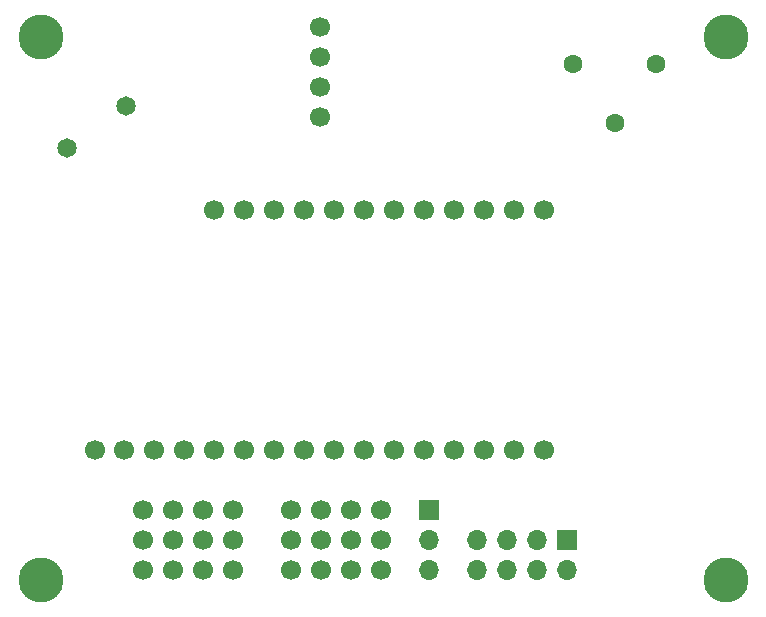
<source format=gbr>
%TF.GenerationSoftware,KiCad,Pcbnew,(6.0.8-1)-1*%
%TF.CreationDate,2023-01-29T13:44:33-06:00*%
%TF.ProjectId,M4_CAN_Feather_Carrier,4d345f43-414e-45f4-9665-61746865725f,rev?*%
%TF.SameCoordinates,Original*%
%TF.FileFunction,Soldermask,Bot*%
%TF.FilePolarity,Negative*%
%FSLAX46Y46*%
G04 Gerber Fmt 4.6, Leading zero omitted, Abs format (unit mm)*
G04 Created by KiCad (PCBNEW (6.0.8-1)-1) date 2023-01-29 13:44:33*
%MOMM*%
%LPD*%
G01*
G04 APERTURE LIST*
%ADD10C,1.700000*%
%ADD11C,1.650000*%
%ADD12C,1.600000*%
%ADD13C,3.800000*%
%ADD14R,1.700000X1.700000*%
%ADD15O,1.700000X1.700000*%
G04 APERTURE END LIST*
D10*
%TO.C,U2*%
X128080000Y-110230000D03*
X130590000Y-110230000D03*
X133130000Y-110230000D03*
X135670000Y-110230000D03*
X138210000Y-110230000D03*
X140750000Y-110230000D03*
X143290000Y-110230000D03*
X145830000Y-110230000D03*
X148370000Y-110230000D03*
X150910000Y-110230000D03*
X153450000Y-110230000D03*
X155990000Y-110230000D03*
X158530000Y-110230000D03*
X161070000Y-110230000D03*
X163610000Y-110230000D03*
X166150000Y-110230000D03*
X166150000Y-89910000D03*
X163610000Y-89910000D03*
X161070000Y-89910000D03*
X158530000Y-89910000D03*
X155990000Y-89910000D03*
X153450000Y-89910000D03*
X150910000Y-89910000D03*
X148370000Y-89910000D03*
X145830000Y-89910000D03*
X143290000Y-89910000D03*
X140750000Y-89910000D03*
X138210000Y-89910000D03*
%TD*%
D11*
%TO.C,J1*%
X130700000Y-81113000D03*
X125700000Y-84613000D03*
%TD*%
D10*
%TO.C,J7*%
X132170000Y-115285000D03*
X132170000Y-117825000D03*
X132170000Y-120365000D03*
X134710000Y-115285000D03*
X134710000Y-117825000D03*
X134710000Y-120365000D03*
X137250000Y-115285000D03*
X137250000Y-117825000D03*
X137250000Y-120365000D03*
X139790000Y-115285000D03*
X139790000Y-117825000D03*
X139790000Y-120365000D03*
%TD*%
D12*
%TO.C,J2*%
X175596000Y-77500000D03*
X172096000Y-82500000D03*
X168596000Y-77500000D03*
%TD*%
D13*
%TO.C,H3*%
X181500000Y-75200000D03*
%TD*%
D10*
%TO.C,U1*%
X147110000Y-74402000D03*
X147110000Y-76942000D03*
X147110000Y-79482000D03*
X147110000Y-82022000D03*
%TD*%
D13*
%TO.C,H1*%
X123500000Y-121200000D03*
%TD*%
D14*
%TO.C,J4*%
X168100000Y-117835000D03*
D15*
X168100000Y-120375000D03*
X165560000Y-117835000D03*
X165560000Y-120375000D03*
X163020000Y-117835000D03*
X163020000Y-120375000D03*
X160480000Y-117835000D03*
X160480000Y-120375000D03*
%TD*%
D13*
%TO.C,H2*%
X181500000Y-121200000D03*
%TD*%
D14*
%TO.C,J5*%
X156400000Y-115285000D03*
D15*
X156400000Y-117825000D03*
X156400000Y-120365000D03*
%TD*%
D10*
%TO.C,J3*%
X144720000Y-115290000D03*
X144720000Y-117830000D03*
X144720000Y-120370000D03*
X147260000Y-115290000D03*
X147260000Y-117830000D03*
X147260000Y-120370000D03*
X149800000Y-115290000D03*
X149800000Y-117830000D03*
X149800000Y-120370000D03*
X152340000Y-115290000D03*
X152340000Y-117830000D03*
X152340000Y-120370000D03*
%TD*%
D13*
%TO.C,H4*%
X123500000Y-75200000D03*
%TD*%
M02*

</source>
